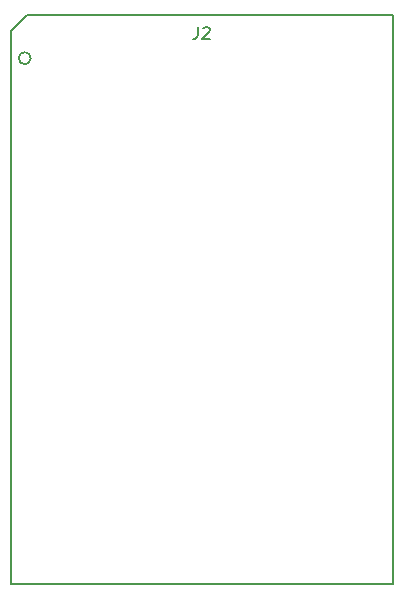
<source format=gbr>
G04 #@! TF.FileFunction,Legend,Top*
%FSLAX46Y46*%
G04 Gerber Fmt 4.6, Leading zero omitted, Abs format (unit mm)*
G04 Created by KiCad (PCBNEW 4.0.6-e0-6349~53~ubuntu14.04.1) date Sun Apr  2 22:39:48 2017*
%MOMM*%
%LPD*%
G01*
G04 APERTURE LIST*
%ADD10C,0.100000*%
%ADD11C,0.152400*%
%ADD12C,0.150000*%
G04 APERTURE END LIST*
D10*
D11*
X134009902Y-84500000D02*
G75*
G03X134009902Y-84500000I-509902J0D01*
G01*
X132300000Y-82200000D02*
X133700000Y-80800000D01*
X164700000Y-80800000D02*
X133700000Y-80800000D01*
X164700000Y-129000000D02*
X164700000Y-80800000D01*
X132300000Y-129000000D02*
X164700000Y-129000000D01*
X132300000Y-82200000D02*
X132300000Y-129000000D01*
D12*
X148166667Y-81852381D02*
X148166667Y-82566667D01*
X148119047Y-82709524D01*
X148023809Y-82804762D01*
X147880952Y-82852381D01*
X147785714Y-82852381D01*
X148595238Y-81947619D02*
X148642857Y-81900000D01*
X148738095Y-81852381D01*
X148976191Y-81852381D01*
X149071429Y-81900000D01*
X149119048Y-81947619D01*
X149166667Y-82042857D01*
X149166667Y-82138095D01*
X149119048Y-82280952D01*
X148547619Y-82852381D01*
X149166667Y-82852381D01*
M02*

</source>
